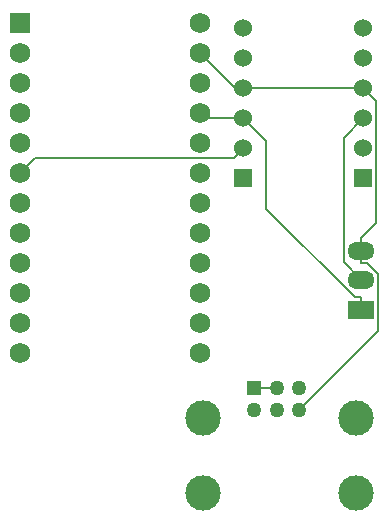
<source format=gbr>
%TF.GenerationSoftware,KiCad,Pcbnew,8.0.3*%
%TF.CreationDate,2024-07-16T22:13:22-05:00*%
%TF.ProjectId,3.3v Pro Micro Wii Connector,332e3376-2050-4726-9f20-4d6963726f20,rev?*%
%TF.SameCoordinates,Original*%
%TF.FileFunction,Copper,L2,Bot*%
%TF.FilePolarity,Positive*%
%FSLAX46Y46*%
G04 Gerber Fmt 4.6, Leading zero omitted, Abs format (unit mm)*
G04 Created by KiCad (PCBNEW 8.0.3) date 2024-07-16 22:13:22*
%MOMM*%
%LPD*%
G01*
G04 APERTURE LIST*
%TA.AperFunction,ComponentPad*%
%ADD10R,1.270000X1.270000*%
%TD*%
%TA.AperFunction,ComponentPad*%
%ADD11C,1.270000*%
%TD*%
%TA.AperFunction,ComponentPad*%
%ADD12C,3.000000*%
%TD*%
%TA.AperFunction,ComponentPad*%
%ADD13C,1.524000*%
%TD*%
%TA.AperFunction,ComponentPad*%
%ADD14R,1.524000X1.524000*%
%TD*%
%TA.AperFunction,ComponentPad*%
%ADD15R,1.752600X1.752600*%
%TD*%
%TA.AperFunction,ComponentPad*%
%ADD16C,1.752600*%
%TD*%
%TA.AperFunction,ComponentPad*%
%ADD17O,2.300000X1.500000*%
%TD*%
%TA.AperFunction,ComponentPad*%
%ADD18R,2.300000X1.500000*%
%TD*%
%TA.AperFunction,Conductor*%
%ADD19C,0.200000*%
%TD*%
G04 APERTURE END LIST*
D10*
%TO.P,Connector1,1,3.3v*%
%TO.N,Net-(Connector1-2)*%
X181134000Y-112585000D03*
D11*
%TO.P,Connector1,2,SCL*%
%TO.N,Net-(Connector1-6)*%
X181134000Y-114490000D03*
%TO.P,Connector1,3,3.3v*%
%TO.N,Net-(Connector1-2)*%
X183039000Y-112585000D03*
%TO.P,Connector1,4*%
%TO.N,N/C*%
X183039000Y-114490000D03*
%TO.P,Connector1,5,SDA*%
%TO.N,Net-(Connector1-1)*%
X184944000Y-112585000D03*
%TO.P,Connector1,6,GND*%
%TO.N,Net-(Connector1-3)*%
X184944000Y-114490000D03*
D12*
%TO.P,Connector1,SH*%
%TO.N,N/C*%
X176816000Y-115125000D03*
X176816000Y-121475000D03*
X189770000Y-115125000D03*
X189770000Y-121475000D03*
%TD*%
D13*
%TO.P,U3,GND_1,GND*%
%TO.N,Net-(Connector1-3)*%
X180190000Y-87220000D03*
%TO.P,U3,GND_2,GND*%
X190350000Y-87220000D03*
%TO.P,U3,HV,HV*%
%TO.N,Net-(U2-VCC)*%
X180190000Y-89760000D03*
D14*
%TO.P,U3,HV1,HV1*%
%TO.N,Net-(U2-SDA)*%
X180190000Y-94840000D03*
D13*
%TO.P,U3,HV2,HV2*%
%TO.N,Net-(U2-SCL)*%
X180190000Y-92300000D03*
%TO.P,U3,HV3,HV3*%
%TO.N,unconnected-(U3-PadHV3)*%
X180190000Y-84680000D03*
%TO.P,U3,HV4,HV4*%
%TO.N,unconnected-(U3-PadHV4)*%
X180190000Y-82140000D03*
%TO.P,U3,LV,LV*%
%TO.N,Net-(Connector1-2)*%
X190350000Y-89760000D03*
D14*
%TO.P,U3,LV1,LV1*%
%TO.N,Net-(Connector1-1)*%
X190350000Y-94840000D03*
D13*
%TO.P,U3,LV2,LV2*%
%TO.N,Net-(Connector1-6)*%
X190350000Y-92300000D03*
%TO.P,U3,LV3,LV3*%
%TO.N,unconnected-(U3-PadLV3)*%
X190350000Y-84680000D03*
%TO.P,U3,LV4,LV4*%
%TO.N,unconnected-(U3-PadLV4)*%
X190350000Y-82140000D03*
%TD*%
D15*
%TO.P,U2,1,TX*%
%TO.N,unconnected-(U2-TX-Pad1)*%
X161270000Y-81700000D03*
D16*
%TO.P,U2,2,RX*%
%TO.N,unconnected-(U2-RX-Pad2)*%
X161270000Y-84240000D03*
%TO.P,U2,3,GND*%
%TO.N,unconnected-(U2-GND-Pad3)*%
X161270000Y-86780000D03*
%TO.P,U2,4,GND*%
%TO.N,unconnected-(U2-GND-Pad4)*%
X161270000Y-89320000D03*
%TO.P,U2,5,SDA*%
%TO.N,Net-(U2-SDA)*%
X161270000Y-91860000D03*
%TO.P,U2,6,SCL*%
%TO.N,Net-(U2-SCL)*%
X161270000Y-94400000D03*
%TO.P,U2,7,D4*%
%TO.N,unconnected-(U2-D4-Pad7)*%
X161270000Y-96940000D03*
%TO.P,U2,8,C6*%
%TO.N,unconnected-(U2-C6-Pad8)*%
X161270000Y-99480000D03*
%TO.P,U2,9,D7*%
%TO.N,unconnected-(U2-D7-Pad9)*%
X161270000Y-102020000D03*
%TO.P,U2,10,E6*%
%TO.N,unconnected-(U2-E6-Pad10)*%
X161270000Y-104560000D03*
%TO.P,U2,11,B4*%
%TO.N,unconnected-(U2-B4-Pad11)*%
X161270000Y-107100000D03*
%TO.P,U2,12,B5*%
%TO.N,unconnected-(U2-B5-Pad12)*%
X161270000Y-109640000D03*
%TO.P,U2,13,B6*%
%TO.N,unconnected-(U2-B6-Pad13)*%
X176510000Y-109640000D03*
%TO.P,U2,14,B2*%
%TO.N,unconnected-(U2-B2-Pad14)*%
X176510000Y-107100000D03*
%TO.P,U2,15,B3*%
%TO.N,unconnected-(U2-B3-Pad15)*%
X176510000Y-104560000D03*
%TO.P,U2,16,B1*%
%TO.N,unconnected-(U2-B1-Pad16)*%
X176510000Y-102020000D03*
%TO.P,U2,17,F7*%
%TO.N,unconnected-(U2-F7-Pad17)*%
X176510000Y-99480000D03*
%TO.P,U2,18,F6*%
%TO.N,unconnected-(U2-F6-Pad18)*%
X176510000Y-96940000D03*
%TO.P,U2,19,F5*%
%TO.N,unconnected-(U2-F5-Pad19)*%
X176510000Y-94400000D03*
%TO.P,U2,20,F4*%
%TO.N,unconnected-(U2-F4-Pad20)*%
X176510000Y-91860000D03*
%TO.P,U2,21,VCC*%
%TO.N,Net-(U2-VCC)*%
X176510000Y-89320000D03*
%TO.P,U2,22,RST*%
%TO.N,unconnected-(U2-RST-Pad22)*%
X176510000Y-86780000D03*
%TO.P,U2,23,GND*%
%TO.N,Net-(Connector1-3)*%
X176510000Y-84240000D03*
%TO.P,U2,24,RAW*%
%TO.N,unconnected-(U2-RAW-Pad24)*%
X176510000Y-81700000D03*
%TD*%
D17*
%TO.P,U4,3,GND*%
%TO.N,Net-(Connector1-3)*%
X190170000Y-100990000D03*
%TO.P,U4,2,OUT*%
%TO.N,Net-(Connector1-2)*%
X190170000Y-103440000D03*
D18*
%TO.P,U4,1,IN*%
%TO.N,Net-(U2-VCC)*%
X190170000Y-105980000D03*
%TD*%
D19*
%TO.N,Net-(Connector1-3)*%
X179490000Y-87220000D02*
X180190000Y-87220000D01*
X176510000Y-84240000D02*
X179490000Y-87220000D01*
X190350000Y-87220000D02*
X180190000Y-87220000D01*
X191625700Y-107808300D02*
X184944000Y-114490000D01*
X191625700Y-102971600D02*
X191625700Y-107808300D01*
X190695800Y-102041700D02*
X191625700Y-102971600D01*
X190170000Y-102041700D02*
X190695800Y-102041700D01*
X190170000Y-101413900D02*
X190170000Y-102041700D01*
X190170000Y-101413900D02*
X190170000Y-100990000D01*
X191458300Y-88328300D02*
X190350000Y-87220000D01*
X191458300Y-98650000D02*
X191458300Y-88328300D01*
X190170000Y-99938300D02*
X191458300Y-98650000D01*
X190170000Y-100990000D02*
X190170000Y-99938300D01*
%TO.N,Net-(Connector1-2)*%
X183039000Y-112585000D02*
X181134000Y-112585000D01*
X188702200Y-91407800D02*
X190350000Y-89760000D01*
X188702200Y-101972200D02*
X188702200Y-91407800D01*
X190170000Y-103440000D02*
X188702200Y-101972200D01*
%TO.N,Net-(U2-SCL)*%
X179386400Y-93103600D02*
X180190000Y-92300000D01*
X162566400Y-93103600D02*
X179386400Y-93103600D01*
X161270000Y-94400000D02*
X162566400Y-93103600D01*
%TO.N,Net-(U2-VCC)*%
X190170000Y-105980000D02*
X190170000Y-104928300D01*
X182151400Y-91721400D02*
X180190000Y-89760000D01*
X182151400Y-97435600D02*
X182151400Y-91721400D01*
X189644100Y-104928300D02*
X182151400Y-97435600D01*
X190170000Y-104928300D02*
X189644100Y-104928300D01*
X176950000Y-89760000D02*
X176510000Y-89320000D01*
X180190000Y-89760000D02*
X176950000Y-89760000D01*
%TD*%
M02*

</source>
